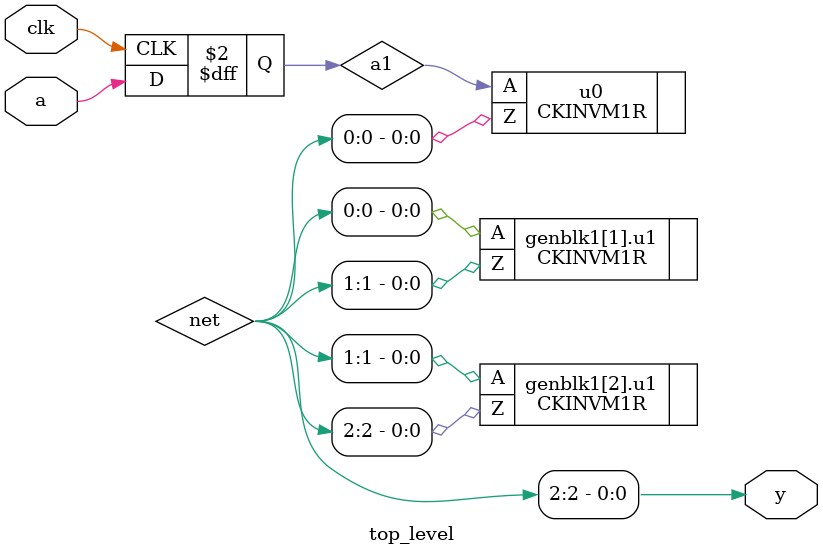
<source format=sv>
module top_level
	#(parameter N=3)	
	(
	input a,
	input clk,
	output y);
	
	logic [N-1:0] net;
	logic a1;

	always_ff @(posedge clk)
		a1 <= a;
		//y <= net[N-1];
	`ifdef SYNTHESIS
		CKINVM1R u0(.A(a1), .Z(net[0]));
	`else
		inv_beh u0(.A(a1), .Z(net[0]));
	`endif

	genvar i;
	
	`ifdef SYNTHESIS
		generate
			for(i=1; i<N; i=i+1) begin
			CKINVM1R u1 (.A(net[i-1]), .Z(net[i]));
			end
		endgenerate
	`else
		generate
			for(i=1; i<N; i=i+1) begin
			inv_beh u1 (.A(net[i-1]), .Z(net[i]));
			end
		endgenerate
	`endif

	assign y = net[N-1];
endmodule

</source>
